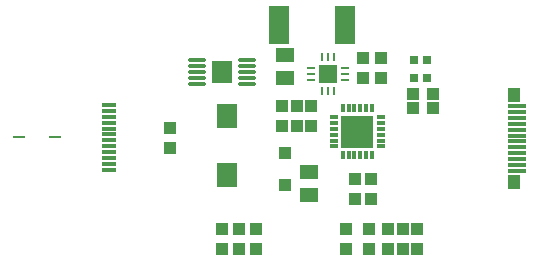
<source format=gbr>
%TF.GenerationSoftware,Altium Limited,Altium Designer,21.6.4 (81)*%
G04 Layer_Color=8421504*
%FSLAX26Y26*%
%MOIN*%
%TF.SameCoordinates,57458678-C278-4CFF-9AA2-19D65F52AC30*%
%TF.FilePolarity,Positive*%
%TF.FileFunction,Paste,Top*%
%TF.Part,Single*%
G01*
G75*
%TA.AperFunction,SMDPad,CuDef*%
%ADD10R,0.070866X0.125984*%
%ADD11R,0.039370X0.043307*%
%ADD12R,0.059055X0.051181*%
%ADD13R,0.066929X0.078740*%
%TA.AperFunction,ConnectorPad*%
%ADD14R,0.059055X0.013780*%
%ADD15R,0.039370X0.046457*%
%TA.AperFunction,SMDPad,CuDef*%
%ADD16R,0.031496X0.031496*%
%ADD17R,0.043307X0.039370*%
%ADD18R,0.039370X0.007874*%
%TA.AperFunction,ConnectorPad*%
%ADD19R,0.047244X0.011811*%
%TA.AperFunction,SMDPad,CuDef*%
%ADD20O,0.062992X0.011811*%
%ADD21R,0.066142X0.074016*%
%ADD22R,0.043307X0.043307*%
%ADD23R,0.106299X0.106299*%
%ADD24R,0.011811X0.031496*%
%ADD25R,0.031496X0.011811*%
%ADD26R,0.064961X0.064961*%
%ADD27O,0.009842X0.031496*%
%ADD28O,0.031496X0.009842*%
D10*
X1019685Y375984D02*
D03*
X799213D02*
D03*
D11*
X811024Y37402D02*
D03*
Y104331D02*
D03*
X1080709Y265748D02*
D03*
Y198819D02*
D03*
X437008Y33465D02*
D03*
Y-33465D02*
D03*
X722102Y-305158D02*
D03*
Y-372087D02*
D03*
X665016Y-305158D02*
D03*
Y-372087D02*
D03*
X607929Y-305158D02*
D03*
Y-372087D02*
D03*
X1258520D02*
D03*
Y-305158D02*
D03*
X1211276Y-372087D02*
D03*
Y-305158D02*
D03*
X1164032D02*
D03*
Y-372087D02*
D03*
X1101040D02*
D03*
Y-305158D02*
D03*
X1023284Y-372087D02*
D03*
Y-305158D02*
D03*
X905512Y104331D02*
D03*
Y37402D02*
D03*
X1139764Y198819D02*
D03*
Y265748D02*
D03*
X1107283Y-136811D02*
D03*
Y-203740D02*
D03*
X1054134Y-137795D02*
D03*
Y-204724D02*
D03*
X858268Y37402D02*
D03*
Y104331D02*
D03*
D12*
X819882Y274606D02*
D03*
Y199803D02*
D03*
X898622Y-116142D02*
D03*
Y-190945D02*
D03*
D13*
X625984Y-125984D02*
D03*
Y70866D02*
D03*
D14*
X1592520Y-111126D02*
D03*
Y-91441D02*
D03*
Y-71756D02*
D03*
Y-52071D02*
D03*
Y-32386D02*
D03*
Y-12701D02*
D03*
Y6984D02*
D03*
Y26669D02*
D03*
Y46354D02*
D03*
Y66039D02*
D03*
Y85724D02*
D03*
Y105409D02*
D03*
D15*
X1582677Y142415D02*
D03*
Y-148136D02*
D03*
D16*
X1250000Y198819D02*
D03*
Y257874D02*
D03*
X1293307Y198819D02*
D03*
Y257874D02*
D03*
D17*
X1245079Y144685D02*
D03*
X1312008D02*
D03*
X1245079Y98425D02*
D03*
X1312008D02*
D03*
D18*
X54087Y685D02*
D03*
X-67961D02*
D03*
D19*
X234401Y108953D02*
D03*
Y89268D02*
D03*
Y69583D02*
D03*
Y49898D02*
D03*
Y30213D02*
D03*
Y10528D02*
D03*
Y-9157D02*
D03*
Y-28843D02*
D03*
Y-48528D02*
D03*
Y-68213D02*
D03*
Y-87898D02*
D03*
Y-107583D02*
D03*
D20*
X691929Y180118D02*
D03*
Y199803D02*
D03*
Y219488D02*
D03*
Y239173D02*
D03*
Y258858D02*
D03*
X524606Y180118D02*
D03*
Y199803D02*
D03*
Y219488D02*
D03*
Y239173D02*
D03*
Y258858D02*
D03*
D21*
X608268Y219488D02*
D03*
D22*
X818898Y-51181D02*
D03*
Y-157480D02*
D03*
D23*
X1061024Y19685D02*
D03*
D24*
X1011811Y98425D02*
D03*
X1031496D02*
D03*
X1051181D02*
D03*
X1070866D02*
D03*
X1090551D02*
D03*
X1110236D02*
D03*
Y-59055D02*
D03*
X1090551D02*
D03*
X1070866D02*
D03*
X1051181D02*
D03*
X1031496D02*
D03*
X1011811D02*
D03*
D25*
X1139764Y68898D02*
D03*
Y49213D02*
D03*
Y29527D02*
D03*
Y9842D02*
D03*
Y-9843D02*
D03*
Y-29528D02*
D03*
X982284D02*
D03*
Y-9843D02*
D03*
Y9842D02*
D03*
Y29527D02*
D03*
Y49213D02*
D03*
Y68898D02*
D03*
D26*
X963583Y212598D02*
D03*
D27*
X943898Y268701D02*
D03*
X963583D02*
D03*
X983268D02*
D03*
Y156496D02*
D03*
X963583D02*
D03*
X943898D02*
D03*
D28*
X1019685Y232284D02*
D03*
Y212598D02*
D03*
Y192913D02*
D03*
X907480D02*
D03*
Y212598D02*
D03*
Y232284D02*
D03*
%TF.MD5,f101eacca9205d16180802bb8fba53b4*%
M02*

</source>
